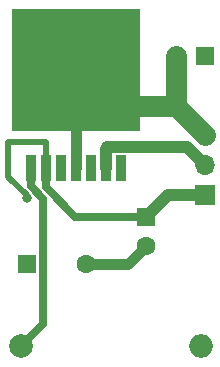
<source format=gbr>
%TF.GenerationSoftware,KiCad,Pcbnew,8.0.1-rc1*%
%TF.CreationDate,2024-10-01T19:09:29-07:00*%
%TF.ProjectId,LM2670SX-Carrier,4c4d3236-3730-4535-982d-436172726965,rev?*%
%TF.SameCoordinates,Original*%
%TF.FileFunction,Copper,L1,Top*%
%TF.FilePolarity,Positive*%
%FSLAX46Y46*%
G04 Gerber Fmt 4.6, Leading zero omitted, Abs format (unit mm)*
G04 Created by KiCad (PCBNEW 8.0.1-rc1) date 2024-10-01 19:09:29*
%MOMM*%
%LPD*%
G01*
G04 APERTURE LIST*
%TA.AperFunction,ComponentPad*%
%ADD10R,1.700000X1.700000*%
%TD*%
%TA.AperFunction,ComponentPad*%
%ADD11O,1.700000X1.700000*%
%TD*%
%TA.AperFunction,ComponentPad*%
%ADD12R,1.600000X1.600000*%
%TD*%
%TA.AperFunction,ComponentPad*%
%ADD13C,1.600000*%
%TD*%
%TA.AperFunction,ComponentPad*%
%ADD14C,2.000000*%
%TD*%
%TA.AperFunction,ComponentPad*%
%ADD15O,2.000000X2.000000*%
%TD*%
%TA.AperFunction,SMDPad,CuDef*%
%ADD16R,0.910000X2.160000*%
%TD*%
%TA.AperFunction,SMDPad,CuDef*%
%ADD17R,10.800000X10.410000*%
%TD*%
%TA.AperFunction,ViaPad*%
%ADD18C,0.800000*%
%TD*%
%TA.AperFunction,Conductor*%
%ADD19C,0.508000*%
%TD*%
%TA.AperFunction,Conductor*%
%ADD20C,0.635000*%
%TD*%
%TA.AperFunction,Conductor*%
%ADD21C,1.016000*%
%TD*%
%TA.AperFunction,Conductor*%
%ADD22C,1.778000*%
%TD*%
%TA.AperFunction,Conductor*%
%ADD23C,0.889000*%
%TD*%
G04 APERTURE END LIST*
D10*
%TO.P,J1,1,Pin_1*%
%TO.N,+VDC*%
X188747700Y-101470200D03*
D11*
%TO.P,J1,2,Pin_2*%
%TO.N,+3V3*%
X188747700Y-98930200D03*
%TO.P,J1,3,Pin_3*%
%TO.N,GND*%
X188747700Y-96390200D03*
%TD*%
D12*
%TO.P,C2,1*%
%TO.N,+VDC*%
X183796514Y-103293055D03*
D13*
%TO.P,C2,2*%
%TO.N,GND*%
X183796514Y-105793055D03*
%TD*%
D12*
%TO.P,C1,1*%
%TO.N,+VDC*%
X188788945Y-89705684D03*
D13*
%TO.P,C1,2*%
%TO.N,GND*%
X186288945Y-89705684D03*
%TD*%
D12*
%TO.P,C5,1*%
%TO.N,+3V3*%
X173687637Y-107336169D03*
D13*
%TO.P,C5,2*%
%TO.N,GND*%
X178687637Y-107336169D03*
%TD*%
D14*
%TO.P,L1,1,1*%
%TO.N,Net-(IC1-SWITCH_OUTPUT)*%
X173209934Y-114285576D03*
D15*
%TO.P,L1,2,2*%
%TO.N,+3V3*%
X188449934Y-114285576D03*
%TD*%
D16*
%TO.P,IC1,1,SWITCH_OUTPUT*%
%TO.N,Net-(IC1-SWITCH_OUTPUT)*%
X173990000Y-99210000D03*
%TO.P,IC1,2,INPUT*%
%TO.N,+VDC*%
X175260000Y-99210000D03*
%TO.P,IC1,3,CBOOST/CB*%
%TO.N,Net-(IC1-CBOOST{slash}CB)*%
X176530000Y-99210000D03*
%TO.P,IC1,4,GND*%
%TO.N,GND*%
X177800000Y-99210000D03*
%TO.P,IC1,5,SYNC*%
%TO.N,Net-(IC1-SYNC)*%
X179070000Y-99210000D03*
%TO.P,IC1,6,FEEDBACK/FB*%
%TO.N,+3V3*%
X180340000Y-99210000D03*
%TO.P,IC1,7,ON/~{OFF}*%
%TO.N,unconnected-(IC1-ON{slash}~{OFF}-Pad7)*%
X181610000Y-99210000D03*
D17*
%TO.P,IC1,8,EP*%
%TO.N,GND*%
X177800000Y-90890000D03*
%TD*%
D18*
%TO.N,+VDC*%
X173678805Y-101745786D03*
%TO.N,GND*%
X177800000Y-99210000D03*
%TO.N,Net-(IC1-CBOOST{slash}CB)*%
X176530000Y-99210000D03*
%TO.N,Net-(IC1-SWITCH_OUTPUT)*%
X173990000Y-99210000D03*
%TO.N,Net-(IC1-SYNC)*%
X179070000Y-99210000D03*
%TD*%
D19*
%TO.N,+VDC*%
X172099083Y-96996200D02*
X175260000Y-96996200D01*
X175260000Y-96996200D02*
X175260000Y-99210000D01*
X172099083Y-99909017D02*
X172099083Y-96996200D01*
X173678805Y-101488739D02*
X172099083Y-99909017D01*
X173678805Y-101745786D02*
X173678805Y-101488739D01*
D20*
X175260000Y-100798000D02*
X177755055Y-103293055D01*
D21*
X185619369Y-101470200D02*
X183796514Y-103293055D01*
X188747700Y-101470200D02*
X185619369Y-101470200D01*
D20*
X175260000Y-99210000D02*
X175260000Y-100798000D01*
X177755055Y-103293055D02*
X183796514Y-103293055D01*
D22*
%TO.N,GND*%
X186288945Y-89705684D02*
X186288945Y-93931445D01*
D23*
X177800000Y-99210000D02*
X177800000Y-90890000D01*
X178687637Y-107336169D02*
X182253400Y-107336169D01*
X182253400Y-107336169D02*
X183796514Y-105793055D01*
D22*
X186288945Y-93931445D02*
X180841445Y-93931445D01*
X186288945Y-93931445D02*
X188747700Y-96390200D01*
D20*
%TO.N,Net-(IC1-SWITCH_OUTPUT)*%
X175068637Y-101787505D02*
X173990000Y-100708868D01*
X173209934Y-114285576D02*
X175068637Y-112426873D01*
X173990000Y-100708868D02*
X173990000Y-99210000D01*
X175068637Y-112426873D02*
X175068637Y-101787505D01*
D21*
%TO.N,+3V3*%
X180340000Y-97529000D02*
X180447000Y-97422000D01*
X180340000Y-99210000D02*
X180340000Y-97529000D01*
X180447000Y-97422000D02*
X187239500Y-97422000D01*
X187239500Y-97422000D02*
X188747700Y-98930200D01*
%TD*%
M02*

</source>
